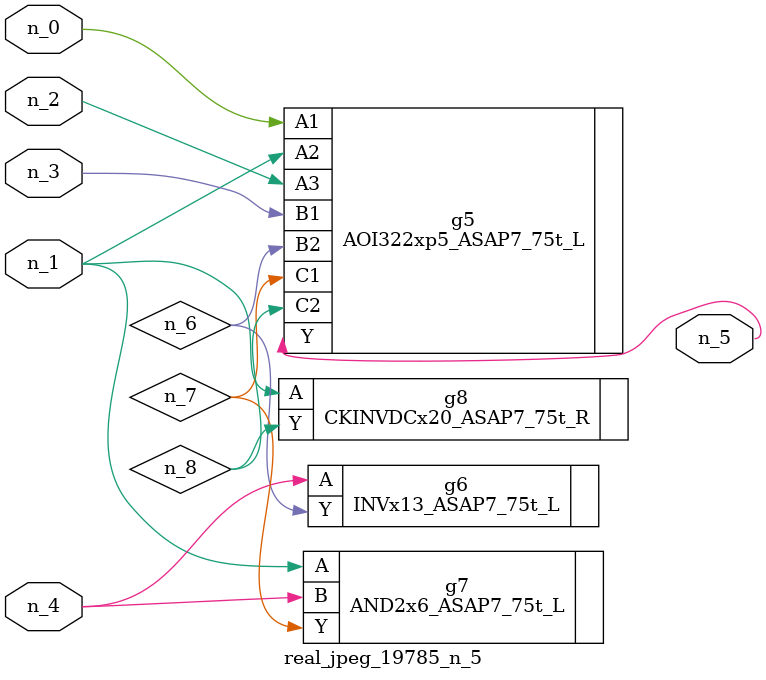
<source format=v>
module real_jpeg_19785_n_5 (n_4, n_0, n_1, n_2, n_3, n_5);

input n_4;
input n_0;
input n_1;
input n_2;
input n_3;

output n_5;

wire n_8;
wire n_6;
wire n_7;

AOI322xp5_ASAP7_75t_L g5 ( 
.A1(n_0),
.A2(n_1),
.A3(n_2),
.B1(n_3),
.B2(n_6),
.C1(n_7),
.C2(n_8),
.Y(n_5)
);

AND2x6_ASAP7_75t_L g7 ( 
.A(n_1),
.B(n_4),
.Y(n_7)
);

CKINVDCx20_ASAP7_75t_R g8 ( 
.A(n_1),
.Y(n_8)
);

INVx13_ASAP7_75t_L g6 ( 
.A(n_4),
.Y(n_6)
);


endmodule
</source>
